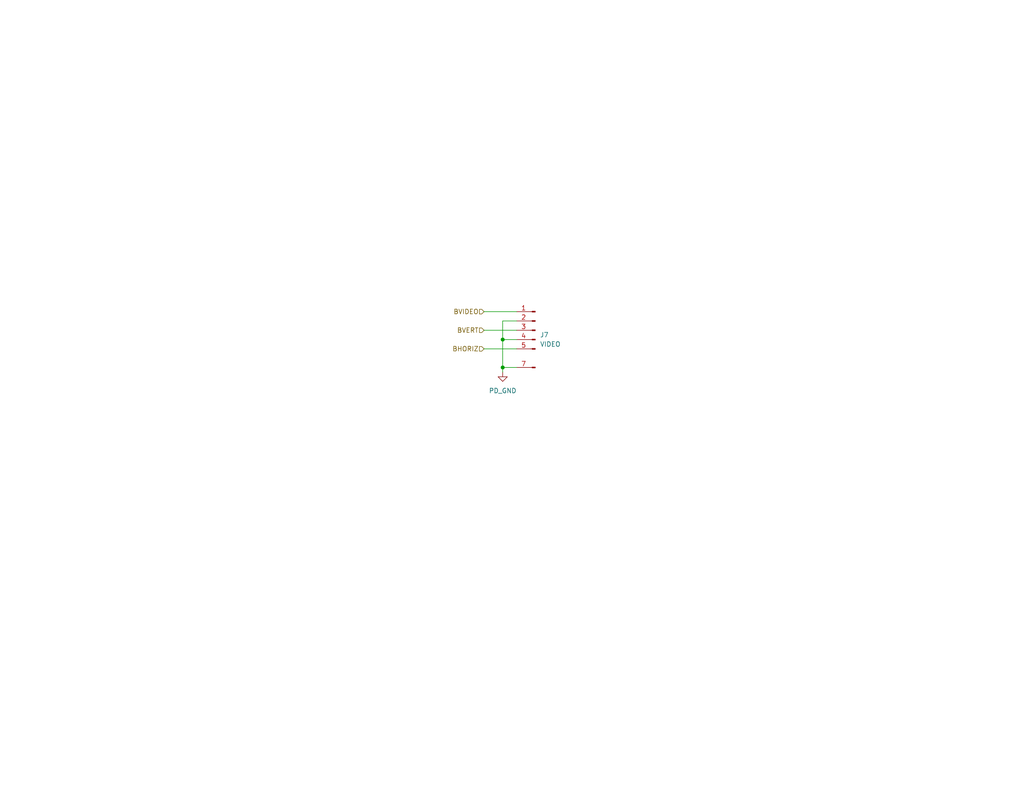
<source format=kicad_sch>
(kicad_sch (version 20211123) (generator eeschema)
  (paper "A")
  (title_block (title "EconoPET 40/8096") (date "2023-11-21") (rev "B"))
  (lib_symbols
    (symbol "PET:PD_GND" (power) (pin_names (offset 0))
      (property "Value" "PD_GND" (at 0 -3.81 0))
      (symbol "PD_GND_0_1"
        (polyline (pts (xy 0 0) (xy 0 -1.27) (xy 1.27 -1.27) (xy 0 -2.54) (xy -1.27 -1.27) (xy 0 -1.27)))
      )
      (symbol "PD_GND_1_1"
        (pin power_in line (at 0 0 270) (length 0) hide (name "PD_GND") (number "1"))
      )
    )
    (symbol "Retrocomputing:CBM_PET_VIDEO_Conn_Keyed" (pin_names (offset 1.016) hide)
      (property "Reference" "J9" (at 1.27 1.2701 0))
      (property "Value" "CBM_PET_VIDEO_Conn_Keyed" (at 1.27 -1.2699 0))
      (symbol "CBM_PET_VIDEO_Conn_Keyed_1_1"
        (polyline (pts (xy 1.27 -7.62) (xy 0.8636 -7.62)) (stroke (width 0.1524)))
        (polyline (pts (xy 1.27 -2.54) (xy 0.8636 -2.54)) (stroke (width 0.1524)))
        (polyline (pts (xy 1.27 0) (xy 0.8636 0)) (stroke (width 0.1524)))
        (polyline (pts (xy 1.27 2.54) (xy 0.8636 2.54)) (stroke (width 0.1524)))
        (polyline (pts (xy 1.27 5.08) (xy 0.8636 5.08)) (stroke (width 0.1524)))
        (polyline (pts (xy 1.27 7.62) (xy 0.8636 7.62)) (stroke (width 0.1524)))
        (rectangle (start 0.8636 -7.493) (end 0 -7.747) (stroke (width 0.1524)) (fill (type outline)))
        (rectangle (start 0.8636 -2.413) (end 0 -2.667) (stroke (width 0.1524)) (fill (type outline)))
        (rectangle (start 0.8636 0.127) (end 0 -0.127) (stroke (width 0.1524)) (fill (type outline)))
        (rectangle (start 0.8636 2.667) (end 0 2.413) (stroke (width 0.1524)) (fill (type outline)))
        (rectangle (start 0.8636 5.207) (end 0 4.953) (stroke (width 0.1524)) (fill (type outline)))
        (rectangle (start 0.8636 7.747) (end 0 7.493) (stroke (width 0.1524)) (fill (type outline)))
        (pin passive line (at 5.08 7.62 180) (length 3.81) (name "GND") (number "1"))
        (pin passive line (at 5.08 5.08 180) (length 3.81) (name "GND") (number "2"))
        (pin passive line (at 5.08 2.54 180) (length 3.81) (name "VERT") (number "3"))
        (pin passive line (at 5.08 0 180) (length 3.81) (name "GND") (number "4"))
        (pin passive line (at 5.08 -2.54 180) (length 3.81) (name "HORIZ") (number "5"))
        (pin passive line (at 5.08 -7.62 180) (length 3.81) (name "VIDEO") (number "7"))
      )
    )
  )
  (junction (at 137.16 92.71))
  (junction (at 137.16 100.33))
  (wire (pts (xy 137.16 92.71) (xy 137.16 100.33)))
  (wire (pts (xy 137.16 92.71) (xy 140.97 92.71)))
  (wire (pts (xy 137.16 87.63) (xy 137.16 92.71)))
  (wire (pts (xy 137.16 100.33) (xy 140.97 100.33)))
  (wire (pts (xy 132.08 95.25) (xy 140.97 95.25)))
  (wire (pts (xy 132.08 85.09) (xy 140.97 85.09)))
  (wire (pts (xy 140.97 87.63) (xy 137.16 87.63)))
  (wire (pts (xy 132.08 90.17) (xy 140.97 90.17)))
  (wire (pts (xy 137.16 100.33) (xy 137.16 101.6)))
  (hierarchical_label "BHORIZ" (shape input) (at 132.08 95.25 180))
  (hierarchical_label "BVIDEO" (shape input) (at 132.08 85.09 180))
  (hierarchical_label "BVERT" (shape input) (at 132.08 90.17 180))
  (symbol (lib_id "PET:PD_GND") (at 137.16 101.6 0) (unit 1)
    (property "Reference" "#PWR0143" (effects hide))
    (property "Value" "PD_GND" (at 137.16 106.68 0))
  )
  (symbol (lib_id "Retrocomputing:CBM_PET_VIDEO_Conn_Keyed") (at 146.05 92.71 0) (mirror y) (unit 1)
    (property "Reference" "J7" (at 147.32 91.4399 0) (effects (justify right)))
    (property "Value" "VIDEO" (at 147.32 93.9799 0) (effects (justify right)))
    (property "Footprint" "PET:PET_Video" (effects hide))
    (property "MOUSER" "649-1012937893603BLF" (effects hide))
  )
)
</source>
